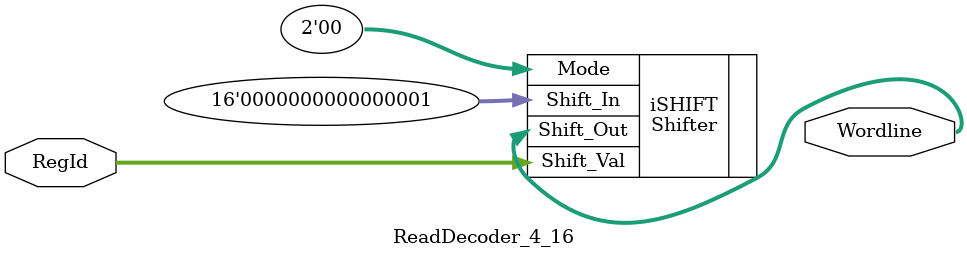
<source format=v>
`default_nettype none // Set the default as none to avoid errors

module ReadDecoder_4_16(RegId, Wordline);

  input wire [3:0] RegId;      // 4-bit register ID
  output wire [15:0] Wordline; // 16-bit register output

  //////////////////////////////////////////////////
  // Implement ReadDecoder as structural verilog //
  ////////////////////////////////////////////////
  // Decode the ID by shifting 1 left by RegID amount.
  Shifter iSHIFT (.Shift_In(16'h0001), .Mode(2'h0), .Shift_Val(RegId), .Shift_Out(Wordline));
	
endmodule

`default_nettype wire // Reset default behavior at the end
</source>
